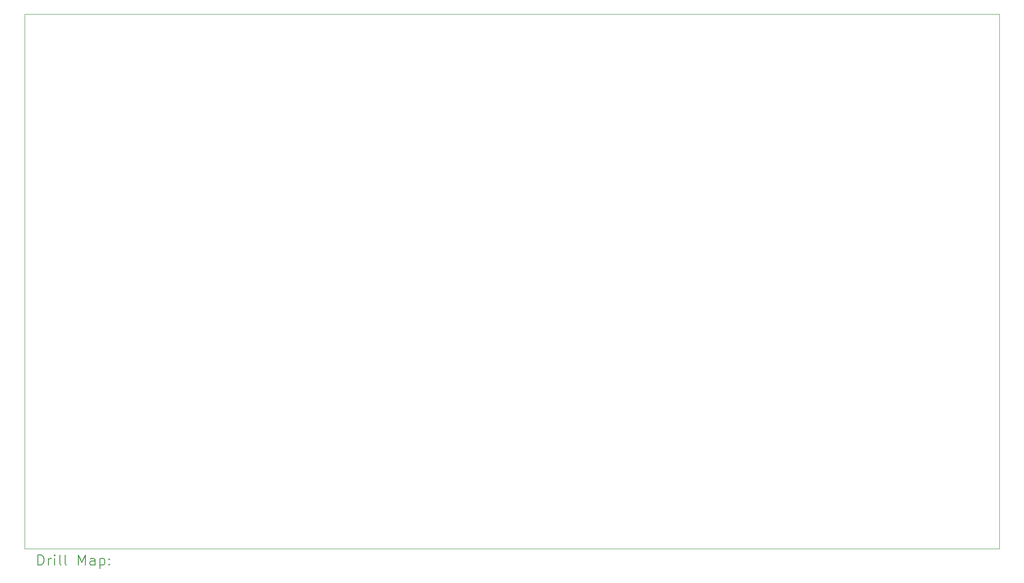
<source format=gbr>
%TF.GenerationSoftware,KiCad,Pcbnew,8.0.8*%
%TF.CreationDate,2026-01-13T22:52:51+05:30*%
%TF.ProjectId,pre audio amplifier,70726520-6175-4646-996f-20616d706c69,rev?*%
%TF.SameCoordinates,Original*%
%TF.FileFunction,Drillmap*%
%TF.FilePolarity,Positive*%
%FSLAX45Y45*%
G04 Gerber Fmt 4.5, Leading zero omitted, Abs format (unit mm)*
G04 Created by KiCad (PCBNEW 8.0.8) date 2026-01-13 22:52:51*
%MOMM*%
%LPD*%
G01*
G04 APERTURE LIST*
%ADD10C,0.050000*%
%ADD11C,0.200000*%
G04 APERTURE END LIST*
D10*
X1850000Y-4350000D02*
X20600000Y-4350000D01*
X20600000Y-14650000D01*
X1850000Y-14650000D01*
X1850000Y-4350000D01*
D11*
X2108277Y-14963984D02*
X2108277Y-14763984D01*
X2108277Y-14763984D02*
X2155896Y-14763984D01*
X2155896Y-14763984D02*
X2184467Y-14773508D01*
X2184467Y-14773508D02*
X2203515Y-14792555D01*
X2203515Y-14792555D02*
X2213039Y-14811603D01*
X2213039Y-14811603D02*
X2222563Y-14849698D01*
X2222563Y-14849698D02*
X2222563Y-14878269D01*
X2222563Y-14878269D02*
X2213039Y-14916365D01*
X2213039Y-14916365D02*
X2203515Y-14935412D01*
X2203515Y-14935412D02*
X2184467Y-14954460D01*
X2184467Y-14954460D02*
X2155896Y-14963984D01*
X2155896Y-14963984D02*
X2108277Y-14963984D01*
X2308277Y-14963984D02*
X2308277Y-14830650D01*
X2308277Y-14868746D02*
X2317801Y-14849698D01*
X2317801Y-14849698D02*
X2327324Y-14840174D01*
X2327324Y-14840174D02*
X2346372Y-14830650D01*
X2346372Y-14830650D02*
X2365420Y-14830650D01*
X2432086Y-14963984D02*
X2432086Y-14830650D01*
X2432086Y-14763984D02*
X2422563Y-14773508D01*
X2422563Y-14773508D02*
X2432086Y-14783031D01*
X2432086Y-14783031D02*
X2441610Y-14773508D01*
X2441610Y-14773508D02*
X2432086Y-14763984D01*
X2432086Y-14763984D02*
X2432086Y-14783031D01*
X2555896Y-14963984D02*
X2536848Y-14954460D01*
X2536848Y-14954460D02*
X2527324Y-14935412D01*
X2527324Y-14935412D02*
X2527324Y-14763984D01*
X2660658Y-14963984D02*
X2641610Y-14954460D01*
X2641610Y-14954460D02*
X2632086Y-14935412D01*
X2632086Y-14935412D02*
X2632086Y-14763984D01*
X2889229Y-14963984D02*
X2889229Y-14763984D01*
X2889229Y-14763984D02*
X2955896Y-14906841D01*
X2955896Y-14906841D02*
X3022562Y-14763984D01*
X3022562Y-14763984D02*
X3022562Y-14963984D01*
X3203515Y-14963984D02*
X3203515Y-14859222D01*
X3203515Y-14859222D02*
X3193991Y-14840174D01*
X3193991Y-14840174D02*
X3174943Y-14830650D01*
X3174943Y-14830650D02*
X3136848Y-14830650D01*
X3136848Y-14830650D02*
X3117801Y-14840174D01*
X3203515Y-14954460D02*
X3184467Y-14963984D01*
X3184467Y-14963984D02*
X3136848Y-14963984D01*
X3136848Y-14963984D02*
X3117801Y-14954460D01*
X3117801Y-14954460D02*
X3108277Y-14935412D01*
X3108277Y-14935412D02*
X3108277Y-14916365D01*
X3108277Y-14916365D02*
X3117801Y-14897317D01*
X3117801Y-14897317D02*
X3136848Y-14887793D01*
X3136848Y-14887793D02*
X3184467Y-14887793D01*
X3184467Y-14887793D02*
X3203515Y-14878269D01*
X3298753Y-14830650D02*
X3298753Y-15030650D01*
X3298753Y-14840174D02*
X3317801Y-14830650D01*
X3317801Y-14830650D02*
X3355896Y-14830650D01*
X3355896Y-14830650D02*
X3374943Y-14840174D01*
X3374943Y-14840174D02*
X3384467Y-14849698D01*
X3384467Y-14849698D02*
X3393991Y-14868746D01*
X3393991Y-14868746D02*
X3393991Y-14925888D01*
X3393991Y-14925888D02*
X3384467Y-14944936D01*
X3384467Y-14944936D02*
X3374943Y-14954460D01*
X3374943Y-14954460D02*
X3355896Y-14963984D01*
X3355896Y-14963984D02*
X3317801Y-14963984D01*
X3317801Y-14963984D02*
X3298753Y-14954460D01*
X3479705Y-14944936D02*
X3489229Y-14954460D01*
X3489229Y-14954460D02*
X3479705Y-14963984D01*
X3479705Y-14963984D02*
X3470182Y-14954460D01*
X3470182Y-14954460D02*
X3479705Y-14944936D01*
X3479705Y-14944936D02*
X3479705Y-14963984D01*
X3479705Y-14840174D02*
X3489229Y-14849698D01*
X3489229Y-14849698D02*
X3479705Y-14859222D01*
X3479705Y-14859222D02*
X3470182Y-14849698D01*
X3470182Y-14849698D02*
X3479705Y-14840174D01*
X3479705Y-14840174D02*
X3479705Y-14859222D01*
M02*

</source>
